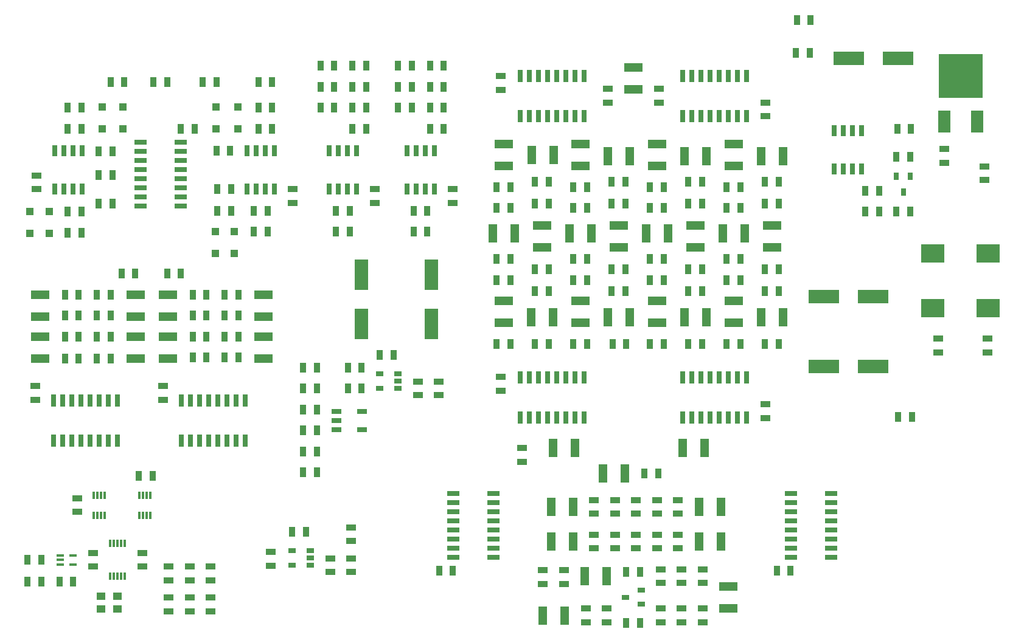
<source format=gtp>
G04 (created by PCBNEW (2013-03-19 BZR 4004)-stable) date 7/29/2015 9:45:37 AM*
%MOIN*%
G04 Gerber Fmt 3.4, Leading zero omitted, Abs format*
%FSLAX34Y34*%
G01*
G70*
G90*
G04 APERTURE LIST*
%ADD10C,0.007*%
%ADD11R,0.065X0.12*%
%ADD12R,0.24X0.24*%
%ADD13R,0.0315X0.0394*%
%ADD14R,0.0394X0.0315*%
%ADD15R,0.012X0.04*%
%ADD16R,0.055X0.03*%
%ADD17R,0.035X0.055*%
%ADD18R,0.055X0.035*%
%ADD19R,0.05X0.1*%
%ADD20R,0.1X0.05*%
%ADD21R,0.07X0.025*%
%ADD22R,0.025X0.07*%
%ADD23R,0.025X0.06*%
%ADD24R,0.04X0.04*%
%ADD25R,0.04X0.03*%
%ADD26R,0.04X0.014*%
%ADD27R,0.05X0.04*%
%ADD28R,0.075X0.165*%
%ADD29R,0.165X0.075*%
%ADD30R,0.126X0.1024*%
G04 APERTURE END LIST*
G54D10*
G54D11*
X52550Y-7600D03*
G54D12*
X53450Y-5100D03*
G54D11*
X54350Y-7600D03*
G54D13*
X50300Y-11483D03*
X49925Y-10617D03*
X50675Y-10617D03*
G54D14*
X35067Y-33700D03*
X35933Y-33325D03*
X35933Y-34075D03*
G54D15*
X5950Y-29200D03*
X6150Y-29200D03*
X6350Y-29200D03*
X6550Y-29200D03*
X6550Y-28100D03*
X6350Y-28100D03*
X6150Y-28100D03*
X5950Y-28100D03*
X8450Y-29200D03*
X8650Y-29200D03*
X8850Y-29200D03*
X9050Y-29200D03*
X9050Y-28100D03*
X8850Y-28100D03*
X8650Y-28100D03*
X8450Y-28100D03*
G54D16*
X19250Y-24500D03*
X19250Y-23500D03*
X20650Y-24500D03*
X19250Y-24000D03*
X20650Y-23500D03*
G54D17*
X49975Y-8000D03*
X50725Y-8000D03*
X17425Y-21100D03*
X18175Y-21100D03*
G54D18*
X20050Y-31575D03*
X20050Y-32325D03*
G54D17*
X6875Y-19400D03*
X6125Y-19400D03*
X18175Y-25700D03*
X17425Y-25700D03*
G54D18*
X5900Y-31275D03*
X5900Y-32025D03*
G54D17*
X18175Y-24550D03*
X17425Y-24550D03*
G54D18*
X12350Y-34475D03*
X12350Y-33725D03*
G54D17*
X12125Y-20550D03*
X11375Y-20550D03*
X17425Y-23400D03*
X18175Y-23400D03*
X18175Y-26850D03*
X17425Y-26850D03*
G54D18*
X9750Y-22875D03*
X9750Y-22125D03*
G54D17*
X5125Y-20600D03*
X4375Y-20600D03*
X13875Y-19400D03*
X13125Y-19400D03*
X12125Y-19400D03*
X11375Y-19400D03*
X5125Y-19400D03*
X4375Y-19400D03*
X13875Y-20550D03*
X13125Y-20550D03*
X19125Y-4550D03*
X18375Y-4550D03*
G54D18*
X2750Y-22125D03*
X2750Y-22875D03*
G54D17*
X4375Y-18250D03*
X5125Y-18250D03*
X6875Y-18250D03*
X6125Y-18250D03*
X13875Y-18250D03*
X13125Y-18250D03*
X11375Y-18250D03*
X12125Y-18250D03*
X19875Y-22250D03*
X20625Y-22250D03*
X23375Y-4550D03*
X22625Y-4550D03*
X14975Y-8000D03*
X15725Y-8000D03*
X12675Y-5450D03*
X11925Y-5450D03*
X12725Y-12500D03*
X13475Y-12500D03*
X14725Y-13650D03*
X15475Y-13650D03*
X14725Y-12500D03*
X15475Y-12500D03*
X15725Y-5450D03*
X14975Y-5450D03*
X20875Y-6850D03*
X20125Y-6850D03*
X19225Y-12500D03*
X19975Y-12500D03*
X19225Y-13650D03*
X19975Y-13650D03*
G54D18*
X21350Y-11325D03*
X21350Y-12075D03*
G54D17*
X18375Y-6850D03*
X19125Y-6850D03*
X20125Y-8000D03*
X20875Y-8000D03*
X14975Y-6850D03*
X15725Y-6850D03*
X19125Y-5700D03*
X18375Y-5700D03*
X20125Y-5700D03*
X20875Y-5700D03*
X20125Y-4550D03*
X20875Y-4550D03*
X25125Y-6850D03*
X24375Y-6850D03*
X23475Y-12500D03*
X24225Y-12500D03*
X23475Y-13650D03*
X24225Y-13650D03*
G54D18*
X25600Y-11325D03*
X25600Y-12075D03*
G54D17*
X22625Y-6850D03*
X23375Y-6850D03*
X24375Y-8000D03*
X25125Y-8000D03*
X6975Y-10550D03*
X6225Y-10550D03*
X23375Y-5700D03*
X22625Y-5700D03*
X24375Y-5700D03*
X25125Y-5700D03*
X24375Y-4550D03*
X25125Y-4550D03*
G54D18*
X11200Y-32775D03*
X11200Y-32025D03*
X8600Y-32025D03*
X8600Y-31275D03*
X10050Y-34475D03*
X10050Y-33725D03*
X10050Y-32025D03*
X10050Y-32775D03*
X20050Y-30625D03*
X20050Y-29875D03*
G54D17*
X2325Y-32850D03*
X3075Y-32850D03*
G54D18*
X5050Y-29025D03*
X5050Y-28275D03*
G54D17*
X9175Y-27050D03*
X8425Y-27050D03*
X17425Y-22250D03*
X18175Y-22250D03*
X36125Y-26900D03*
X36875Y-26900D03*
X2325Y-31650D03*
X3075Y-31650D03*
X4075Y-32850D03*
X4825Y-32850D03*
G54D18*
X15650Y-31975D03*
X15650Y-31225D03*
X11200Y-33725D03*
X11200Y-34475D03*
X12350Y-32025D03*
X12350Y-32775D03*
X18900Y-32325D03*
X18900Y-31575D03*
G54D17*
X16825Y-30100D03*
X17575Y-30100D03*
X6225Y-12100D03*
X6975Y-12100D03*
X4525Y-13700D03*
X5275Y-13700D03*
X4525Y-12550D03*
X5275Y-12550D03*
X6875Y-5450D03*
X7625Y-5450D03*
X6975Y-9250D03*
X6225Y-9250D03*
X4525Y-6850D03*
X5275Y-6850D03*
X4525Y-8000D03*
X5275Y-8000D03*
X9225Y-5450D03*
X9975Y-5450D03*
X12675Y-9200D03*
X13425Y-9200D03*
X11475Y-8000D03*
X10725Y-8000D03*
G54D18*
X16850Y-11325D03*
X16850Y-12075D03*
G54D17*
X41375Y-16300D03*
X40625Y-16300D03*
X39275Y-15700D03*
X38525Y-15700D03*
X39275Y-16900D03*
X38525Y-16900D03*
X38525Y-12100D03*
X39275Y-12100D03*
X39275Y-19800D03*
X38525Y-19800D03*
X32975Y-11200D03*
X32225Y-11200D03*
X32975Y-15150D03*
X32225Y-15150D03*
X32975Y-16300D03*
X32225Y-16300D03*
X32975Y-12350D03*
X32225Y-12350D03*
X32225Y-19800D03*
X32975Y-19800D03*
X41375Y-11200D03*
X40625Y-11200D03*
X41375Y-15150D03*
X40625Y-15150D03*
X38525Y-10900D03*
X39275Y-10900D03*
X6875Y-20600D03*
X6125Y-20600D03*
X40625Y-19800D03*
X41375Y-19800D03*
X30875Y-10900D03*
X30125Y-10900D03*
X30875Y-15700D03*
X30125Y-15700D03*
X30875Y-16900D03*
X30125Y-16900D03*
X30875Y-12100D03*
X30125Y-12100D03*
X30875Y-19800D03*
X30125Y-19800D03*
X42725Y-10900D03*
X43475Y-10900D03*
X42725Y-15700D03*
X43475Y-15700D03*
X42725Y-16900D03*
X43475Y-16900D03*
X48225Y-11400D03*
X48975Y-11400D03*
G54D18*
X54750Y-10075D03*
X54750Y-10825D03*
G54D17*
X50775Y-23800D03*
X50025Y-23800D03*
G54D18*
X54900Y-19525D03*
X54900Y-20275D03*
X52200Y-20275D03*
X52200Y-19525D03*
G54D17*
X45225Y-2050D03*
X44475Y-2050D03*
X44425Y-3850D03*
X45175Y-3850D03*
X50675Y-9550D03*
X49925Y-9550D03*
X48225Y-12550D03*
X48975Y-12550D03*
X49925Y-12550D03*
X50675Y-12550D03*
X41375Y-12350D03*
X40625Y-12350D03*
X34325Y-10900D03*
X35075Y-10900D03*
X34325Y-15700D03*
X35075Y-15700D03*
X34325Y-16900D03*
X35075Y-16900D03*
X34325Y-12100D03*
X35075Y-12100D03*
G54D18*
X42750Y-6575D03*
X42750Y-7325D03*
X28250Y-5125D03*
X28250Y-5875D03*
X42750Y-23125D03*
X42750Y-23875D03*
X28250Y-22375D03*
X28250Y-21625D03*
G54D17*
X34375Y-19800D03*
X35125Y-19800D03*
G54D18*
X35650Y-29125D03*
X35650Y-28375D03*
X38150Y-32925D03*
X38150Y-32175D03*
X37000Y-32925D03*
X37000Y-32175D03*
X37000Y-34325D03*
X37000Y-35075D03*
X39300Y-35075D03*
X39300Y-34325D03*
X32900Y-35075D03*
X32900Y-34325D03*
X37950Y-28375D03*
X37950Y-29125D03*
X36800Y-29125D03*
X36800Y-28375D03*
G54D17*
X42725Y-12100D03*
X43475Y-12100D03*
G54D18*
X33350Y-28375D03*
X33350Y-29125D03*
X30550Y-32225D03*
X30550Y-32975D03*
X31700Y-32225D03*
X31700Y-32975D03*
X34500Y-29125D03*
X34500Y-28375D03*
X37950Y-30275D03*
X37950Y-31025D03*
X36800Y-31025D03*
X36800Y-30275D03*
X34500Y-31025D03*
X34500Y-30275D03*
X33350Y-30275D03*
X33350Y-31025D03*
X35650Y-31025D03*
X35650Y-30275D03*
X38150Y-35075D03*
X38150Y-34325D03*
X24850Y-21875D03*
X24850Y-22625D03*
X23700Y-22625D03*
X23700Y-21875D03*
G54D17*
X21625Y-20400D03*
X22375Y-20400D03*
X20625Y-21100D03*
X19875Y-21100D03*
G54D18*
X39300Y-32175D03*
X39300Y-32925D03*
G54D17*
X42725Y-19800D03*
X43475Y-19800D03*
X28775Y-11200D03*
X28025Y-11200D03*
X28775Y-15150D03*
X28025Y-15150D03*
X28775Y-16300D03*
X28025Y-16300D03*
X28775Y-12350D03*
X28025Y-12350D03*
X28775Y-19800D03*
X28025Y-19800D03*
X37175Y-11200D03*
X36425Y-11200D03*
X37175Y-15150D03*
X36425Y-15150D03*
X37175Y-16300D03*
X36425Y-16300D03*
X37175Y-12350D03*
X36425Y-12350D03*
X37175Y-19800D03*
X36425Y-19800D03*
X35125Y-32300D03*
X35875Y-32300D03*
G54D18*
X34050Y-34325D03*
X34050Y-35075D03*
X36900Y-6575D03*
X36900Y-5825D03*
X34100Y-6575D03*
X34100Y-5825D03*
G54D17*
X35875Y-35100D03*
X35125Y-35100D03*
X43375Y-32250D03*
X44125Y-32250D03*
X25625Y-32250D03*
X24875Y-32250D03*
G54D18*
X29400Y-25525D03*
X29400Y-26275D03*
G54D17*
X13475Y-11300D03*
X12725Y-11300D03*
G54D18*
X2800Y-11325D03*
X2800Y-10575D03*
G54D17*
X5125Y-17100D03*
X4375Y-17100D03*
X6875Y-17100D03*
X6125Y-17100D03*
X12125Y-17100D03*
X11375Y-17100D03*
X13875Y-17100D03*
X13125Y-17100D03*
X8225Y-15950D03*
X7475Y-15950D03*
X10725Y-15950D03*
X9975Y-15950D03*
G54D18*
X52550Y-9125D03*
X52550Y-9875D03*
G54D19*
X41600Y-13750D03*
X40400Y-13750D03*
X38300Y-9500D03*
X39500Y-9500D03*
G54D20*
X32600Y-8850D03*
X32600Y-10050D03*
X15250Y-18300D03*
X15250Y-17100D03*
X32600Y-17450D03*
X32600Y-18650D03*
G54D19*
X33200Y-13750D03*
X32000Y-13750D03*
X32850Y-32550D03*
X34050Y-32550D03*
G54D20*
X10000Y-18300D03*
X10000Y-17100D03*
X40700Y-33100D03*
X40700Y-34300D03*
G54D19*
X39500Y-18350D03*
X38300Y-18350D03*
G54D20*
X41000Y-17450D03*
X41000Y-18650D03*
X41000Y-8850D03*
X41000Y-10050D03*
G54D19*
X38200Y-25500D03*
X39400Y-25500D03*
G54D20*
X30500Y-13300D03*
X30500Y-14500D03*
G54D19*
X31100Y-18350D03*
X29900Y-18350D03*
X31150Y-9450D03*
X29950Y-9450D03*
G54D20*
X35500Y-4650D03*
X35500Y-5850D03*
X43100Y-13300D03*
X43100Y-14500D03*
G54D19*
X42500Y-18350D03*
X43700Y-18350D03*
G54D20*
X36800Y-8850D03*
X36800Y-10050D03*
G54D19*
X42500Y-9500D03*
X43700Y-9500D03*
X29000Y-13750D03*
X27800Y-13750D03*
G54D20*
X28400Y-17450D03*
X28400Y-18650D03*
X36800Y-17450D03*
X36800Y-18650D03*
X28400Y-8850D03*
X28400Y-10050D03*
G54D19*
X37400Y-13750D03*
X36200Y-13750D03*
X35050Y-26900D03*
X33850Y-26900D03*
G54D20*
X3000Y-20600D03*
X3000Y-19400D03*
G54D19*
X32200Y-30650D03*
X31000Y-30650D03*
X40300Y-30650D03*
X39100Y-30650D03*
G54D20*
X8250Y-20600D03*
X8250Y-19400D03*
X3000Y-18300D03*
X3000Y-17100D03*
X8250Y-18300D03*
X8250Y-17100D03*
G54D19*
X32200Y-28750D03*
X31000Y-28750D03*
X40300Y-28750D03*
X39100Y-28750D03*
G54D20*
X15250Y-20600D03*
X15250Y-19400D03*
X34700Y-13300D03*
X34700Y-14500D03*
G54D19*
X34100Y-18350D03*
X35300Y-18350D03*
X31750Y-34700D03*
X30550Y-34700D03*
X34100Y-9500D03*
X35300Y-9500D03*
G54D20*
X10000Y-20600D03*
X10000Y-19400D03*
G54D19*
X32300Y-25500D03*
X31100Y-25500D03*
G54D20*
X38900Y-13300D03*
X38900Y-14500D03*
G54D21*
X8500Y-8750D03*
X8500Y-9250D03*
X8500Y-9750D03*
X8500Y-10250D03*
X8500Y-10750D03*
X8500Y-11250D03*
X8500Y-11750D03*
X8500Y-12250D03*
X10700Y-12250D03*
X10700Y-11750D03*
X10700Y-11250D03*
X10700Y-10750D03*
X10700Y-10250D03*
X10700Y-9750D03*
X10700Y-9250D03*
X10700Y-8750D03*
G54D22*
X10750Y-25100D03*
X11250Y-25100D03*
X11750Y-25100D03*
X12250Y-25100D03*
X12750Y-25100D03*
X13250Y-25100D03*
X13750Y-25100D03*
X14250Y-25100D03*
X14250Y-22900D03*
X13750Y-22900D03*
X13250Y-22900D03*
X12750Y-22900D03*
X12250Y-22900D03*
X11750Y-22900D03*
X11250Y-22900D03*
X10750Y-22900D03*
X3750Y-25100D03*
X4250Y-25100D03*
X4750Y-25100D03*
X5250Y-25100D03*
X5750Y-25100D03*
X6250Y-25100D03*
X6750Y-25100D03*
X7250Y-25100D03*
X7250Y-22900D03*
X6750Y-22900D03*
X6250Y-22900D03*
X5750Y-22900D03*
X5250Y-22900D03*
X4750Y-22900D03*
X4250Y-22900D03*
X3750Y-22900D03*
G54D21*
X27850Y-31500D03*
X27850Y-31000D03*
X27850Y-30500D03*
X27850Y-30000D03*
X27850Y-29500D03*
X27850Y-29000D03*
X27850Y-28500D03*
X27850Y-28000D03*
X25650Y-28000D03*
X25650Y-28500D03*
X25650Y-29000D03*
X25650Y-29500D03*
X25650Y-30000D03*
X25650Y-30500D03*
X25650Y-31000D03*
X25650Y-31500D03*
X46350Y-31500D03*
X46350Y-31000D03*
X46350Y-30500D03*
X46350Y-30000D03*
X46350Y-29500D03*
X46350Y-29000D03*
X46350Y-28500D03*
X46350Y-28000D03*
X44150Y-28000D03*
X44150Y-28500D03*
X44150Y-29000D03*
X44150Y-29500D03*
X44150Y-30000D03*
X44150Y-30500D03*
X44150Y-31000D03*
X44150Y-31500D03*
G54D22*
X41700Y-21650D03*
X41200Y-21650D03*
X40700Y-21650D03*
X40200Y-21650D03*
X39700Y-21650D03*
X39200Y-21650D03*
X38700Y-21650D03*
X38200Y-21650D03*
X38200Y-23850D03*
X38700Y-23850D03*
X39200Y-23850D03*
X39700Y-23850D03*
X40200Y-23850D03*
X40700Y-23850D03*
X41200Y-23850D03*
X41700Y-23850D03*
X29300Y-23850D03*
X29800Y-23850D03*
X30300Y-23850D03*
X30800Y-23850D03*
X31300Y-23850D03*
X31800Y-23850D03*
X32300Y-23850D03*
X32800Y-23850D03*
X32800Y-21650D03*
X32300Y-21650D03*
X31800Y-21650D03*
X31300Y-21650D03*
X30800Y-21650D03*
X30300Y-21650D03*
X29800Y-21650D03*
X29300Y-21650D03*
X41700Y-5100D03*
X41200Y-5100D03*
X40700Y-5100D03*
X40200Y-5100D03*
X39700Y-5100D03*
X39200Y-5100D03*
X38700Y-5100D03*
X38200Y-5100D03*
X38200Y-7300D03*
X38700Y-7300D03*
X39200Y-7300D03*
X39700Y-7300D03*
X40200Y-7300D03*
X40700Y-7300D03*
X41200Y-7300D03*
X41700Y-7300D03*
X29300Y-7300D03*
X29800Y-7300D03*
X30300Y-7300D03*
X30800Y-7300D03*
X31300Y-7300D03*
X31800Y-7300D03*
X32300Y-7300D03*
X32800Y-7300D03*
X32800Y-5100D03*
X32300Y-5100D03*
X31800Y-5100D03*
X31300Y-5100D03*
X30800Y-5100D03*
X30300Y-5100D03*
X29800Y-5100D03*
X29300Y-5100D03*
G54D23*
X24600Y-11300D03*
X24600Y-9200D03*
X24100Y-11300D03*
X23600Y-11300D03*
X23100Y-11300D03*
X24100Y-9200D03*
X23600Y-9200D03*
X23100Y-9200D03*
X20350Y-11300D03*
X20350Y-9200D03*
X19850Y-11300D03*
X19350Y-11300D03*
X18850Y-11300D03*
X19850Y-9200D03*
X19350Y-9200D03*
X18850Y-9200D03*
X15850Y-11300D03*
X15850Y-9200D03*
X15350Y-11300D03*
X14850Y-11300D03*
X14350Y-11300D03*
X15350Y-9200D03*
X14850Y-9200D03*
X14350Y-9200D03*
X5300Y-11300D03*
X5300Y-9200D03*
X4800Y-11300D03*
X4300Y-11300D03*
X3800Y-11300D03*
X4800Y-9200D03*
X4300Y-9200D03*
X3800Y-9200D03*
X46500Y-8100D03*
X46500Y-10200D03*
X47000Y-8100D03*
X47500Y-8100D03*
X48000Y-8100D03*
X47000Y-10200D03*
X47500Y-10200D03*
X48000Y-10200D03*
G54D24*
X12600Y-14850D03*
X12600Y-13650D03*
X13650Y-13650D03*
X13650Y-14850D03*
X13850Y-6800D03*
X13850Y-8000D03*
X12650Y-8000D03*
X12650Y-6800D03*
X7550Y-8000D03*
X7550Y-6800D03*
X6400Y-6800D03*
X6400Y-8000D03*
X3500Y-13750D03*
X3500Y-12550D03*
X2450Y-12550D03*
X2450Y-13750D03*
G54D25*
X17800Y-31950D03*
X17800Y-31150D03*
X16800Y-31950D03*
X17800Y-31550D03*
X16800Y-31150D03*
X22600Y-22250D03*
X22600Y-21450D03*
X21600Y-22250D03*
X22600Y-21850D03*
X21600Y-21450D03*
G54D26*
X4100Y-31400D03*
X4100Y-31900D03*
X4800Y-31400D03*
X4100Y-31650D03*
X4800Y-31900D03*
G54D15*
X6850Y-32550D03*
X7050Y-32550D03*
X7250Y-32550D03*
X7450Y-32550D03*
X7650Y-32550D03*
X7650Y-30750D03*
X7450Y-30750D03*
X7250Y-30750D03*
X7050Y-30750D03*
X6850Y-30750D03*
G54D27*
X6350Y-34350D03*
X7250Y-34350D03*
X7250Y-33650D03*
X6350Y-33650D03*
G54D28*
X20600Y-18700D03*
X20600Y-16000D03*
G54D29*
X48650Y-21050D03*
X45950Y-21050D03*
X48650Y-17200D03*
X45950Y-17200D03*
X47300Y-4150D03*
X50000Y-4150D03*
G54D28*
X24450Y-18700D03*
X24450Y-16000D03*
G54D30*
X51900Y-17850D03*
X51900Y-14850D03*
X54950Y-14850D03*
X54950Y-17850D03*
M02*

</source>
